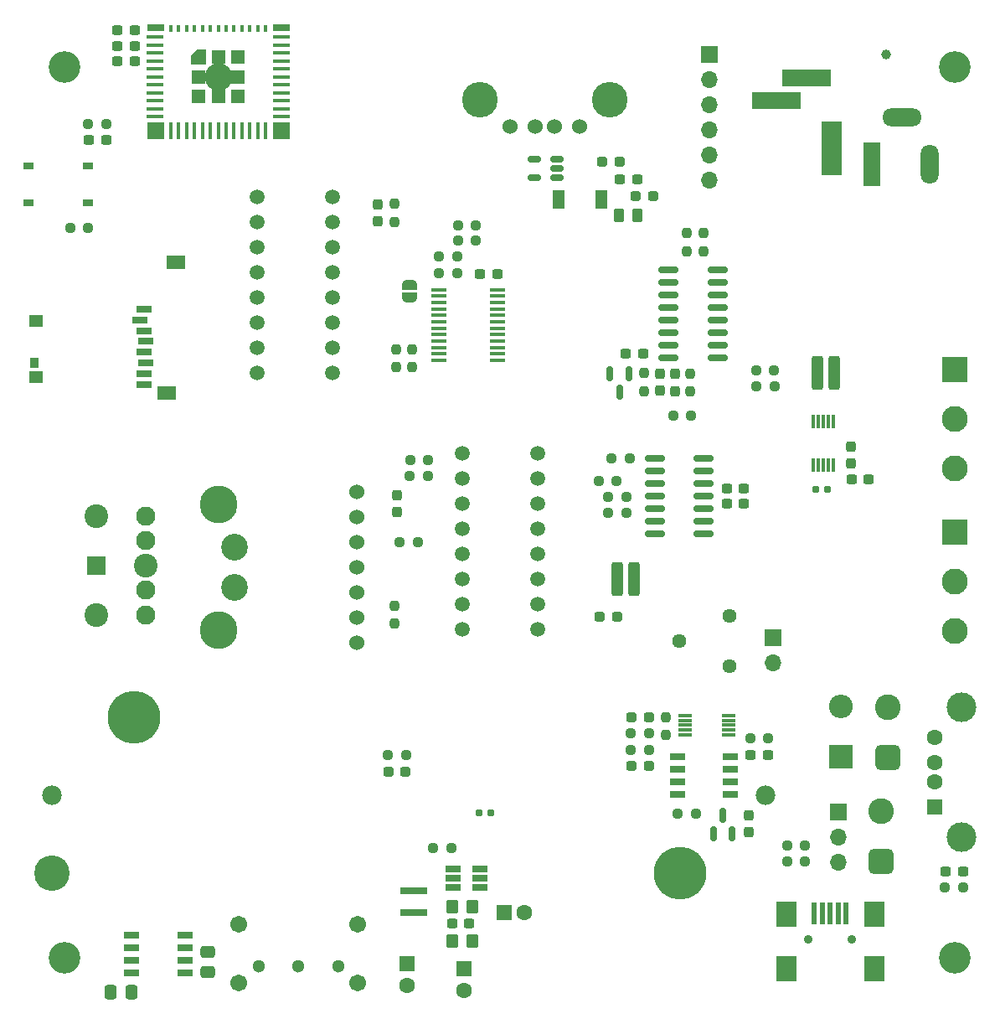
<source format=gbr>
%TF.GenerationSoftware,KiCad,Pcbnew,(6.0.4)*%
%TF.CreationDate,2022-06-30T01:03:10+03:00*%
%TF.ProjectId,test_project_01,74657374-5f70-4726-9f6a-6563745f3031,rev?*%
%TF.SameCoordinates,Original*%
%TF.FileFunction,Soldermask,Top*%
%TF.FilePolarity,Negative*%
%FSLAX46Y46*%
G04 Gerber Fmt 4.6, Leading zero omitted, Abs format (unit mm)*
G04 Created by KiCad (PCBNEW (6.0.4)) date 2022-06-30 01:03:10*
%MOMM*%
%LPD*%
G01*
G04 APERTURE LIST*
G04 Aperture macros list*
%AMRoundRect*
0 Rectangle with rounded corners*
0 $1 Rounding radius*
0 $2 $3 $4 $5 $6 $7 $8 $9 X,Y pos of 4 corners*
0 Add a 4 corners polygon primitive as box body*
4,1,4,$2,$3,$4,$5,$6,$7,$8,$9,$2,$3,0*
0 Add four circle primitives for the rounded corners*
1,1,$1+$1,$2,$3*
1,1,$1+$1,$4,$5*
1,1,$1+$1,$6,$7*
1,1,$1+$1,$8,$9*
0 Add four rect primitives between the rounded corners*
20,1,$1+$1,$2,$3,$4,$5,0*
20,1,$1+$1,$4,$5,$6,$7,0*
20,1,$1+$1,$6,$7,$8,$9,0*
20,1,$1+$1,$8,$9,$2,$3,0*%
%AMFreePoly0*
4,1,22,0.500000,-0.750000,0.000000,-0.750000,0.000000,-0.745033,-0.079941,-0.743568,-0.215256,-0.701293,-0.333266,-0.622738,-0.424486,-0.514219,-0.481581,-0.384460,-0.499164,-0.250000,-0.500000,-0.250000,-0.500000,0.250000,-0.499164,0.250000,-0.499963,0.256109,-0.478152,0.396186,-0.417904,0.524511,-0.324060,0.630769,-0.204165,0.706417,-0.067858,0.745374,0.000000,0.744959,0.000000,0.750000,
0.500000,0.750000,0.500000,-0.750000,0.500000,-0.750000,$1*%
%AMFreePoly1*
4,1,20,0.000000,0.744959,0.073905,0.744508,0.209726,0.703889,0.328688,0.626782,0.421226,0.519385,0.479903,0.390333,0.500000,0.250000,0.500000,-0.250000,0.499851,-0.262216,0.476331,-0.402017,0.414519,-0.529596,0.319384,-0.634700,0.198574,-0.708877,0.061801,-0.746166,0.000000,-0.745033,0.000000,-0.750000,-0.500000,-0.750000,-0.500000,0.750000,0.000000,0.750000,0.000000,0.744959,
0.000000,0.744959,$1*%
%AMFreePoly2*
4,1,6,0.725000,-0.725000,-0.725000,-0.725000,-0.725000,0.125000,-0.125000,0.725000,0.725000,0.725000,0.725000,-0.725000,0.725000,-0.725000,$1*%
G04 Aperture macros list end*
%ADD10R,0.300000X1.400000*%
%ADD11C,1.000000*%
%ADD12RoundRect,0.250000X-0.350000X-0.450000X0.350000X-0.450000X0.350000X0.450000X-0.350000X0.450000X0*%
%ADD13RoundRect,0.250000X0.350000X0.450000X-0.350000X0.450000X-0.350000X-0.450000X0.350000X-0.450000X0*%
%ADD14O,1.700000X1.700000*%
%ADD15R,1.700000X1.700000*%
%ADD16RoundRect,0.237500X-0.300000X-0.237500X0.300000X-0.237500X0.300000X0.237500X-0.300000X0.237500X0*%
%ADD17RoundRect,0.237500X-0.237500X0.250000X-0.237500X-0.250000X0.237500X-0.250000X0.237500X0.250000X0*%
%ADD18RoundRect,0.237500X-0.250000X-0.237500X0.250000X-0.237500X0.250000X0.237500X-0.250000X0.237500X0*%
%ADD19RoundRect,0.250000X0.262500X0.450000X-0.262500X0.450000X-0.262500X-0.450000X0.262500X-0.450000X0*%
%ADD20RoundRect,0.237500X0.237500X-0.287500X0.237500X0.287500X-0.237500X0.287500X-0.237500X-0.287500X0*%
%ADD21RoundRect,0.237500X0.287500X0.237500X-0.287500X0.237500X-0.287500X-0.237500X0.287500X-0.237500X0*%
%ADD22RoundRect,0.237500X-0.287500X-0.237500X0.287500X-0.237500X0.287500X0.237500X-0.287500X0.237500X0*%
%ADD23RoundRect,0.237500X-0.237500X0.300000X-0.237500X-0.300000X0.237500X-0.300000X0.237500X0.300000X0*%
%ADD24R,2.000000X5.500000*%
%ADD25R,5.000000X1.800000*%
%ADD26RoundRect,0.150000X0.150000X-0.587500X0.150000X0.587500X-0.150000X0.587500X-0.150000X-0.587500X0*%
%ADD27R,2.700000X0.800000*%
%ADD28RoundRect,0.237500X0.300000X0.237500X-0.300000X0.237500X-0.300000X-0.237500X0.300000X-0.237500X0*%
%ADD29RoundRect,0.237500X0.237500X-0.300000X0.237500X0.300000X-0.237500X0.300000X-0.237500X-0.300000X0*%
%ADD30R,1.600000X1.600000*%
%ADD31C,1.600000*%
%ADD32C,1.440000*%
%ADD33RoundRect,0.237500X0.250000X0.237500X-0.250000X0.237500X-0.250000X-0.237500X0.250000X-0.237500X0*%
%ADD34RoundRect,0.250000X0.475000X-0.337500X0.475000X0.337500X-0.475000X0.337500X-0.475000X-0.337500X0*%
%ADD35RoundRect,0.150000X0.825000X0.150000X-0.825000X0.150000X-0.825000X-0.150000X0.825000X-0.150000X0*%
%ADD36RoundRect,0.160000X-0.197500X-0.160000X0.197500X-0.160000X0.197500X0.160000X-0.197500X0.160000X0*%
%ADD37C,1.300000*%
%ADD38C,1.710000*%
%ADD39RoundRect,0.237500X0.237500X-0.250000X0.237500X0.250000X-0.237500X0.250000X-0.237500X-0.250000X0*%
%ADD40C,3.810000*%
%ADD41C,2.700000*%
%ADD42C,1.524000*%
%ADD43RoundRect,0.160000X0.197500X0.160000X-0.197500X0.160000X-0.197500X-0.160000X0.197500X-0.160000X0*%
%ADD44R,1.000000X0.700000*%
%ADD45R,1.500000X1.600000*%
%ADD46C,3.000000*%
%ADD47RoundRect,0.650000X0.650000X-0.650000X0.650000X0.650000X-0.650000X0.650000X-0.650000X-0.650000X0*%
%ADD48C,2.600000*%
%ADD49R,1.400000X0.300000*%
%ADD50RoundRect,0.101600X-1.206500X1.206500X-1.206500X-1.206500X1.206500X-1.206500X1.206500X1.206500X0*%
%ADD51C,2.616200*%
%ADD52FreePoly0,90.000000*%
%ADD53FreePoly1,90.000000*%
%ADD54RoundRect,0.250000X-0.337500X-1.450000X0.337500X-1.450000X0.337500X1.450000X-0.337500X1.450000X0*%
%ADD55C,3.200000*%
%ADD56R,1.800000X0.400000*%
%ADD57R,0.400000X1.800000*%
%ADD58R,1.450000X1.450000*%
%ADD59R,0.400000X0.800000*%
%ADD60R,1.700000X0.700000*%
%ADD61C,2.800000*%
%ADD62FreePoly2,0.000000*%
%ADD63R,1.560000X0.650000*%
%ADD64RoundRect,0.250000X0.337500X0.475000X-0.337500X0.475000X-0.337500X-0.475000X0.337500X-0.475000X0*%
%ADD65R,1.500000X0.650000*%
%ADD66C,1.500000*%
%ADD67R,1.800000X4.400000*%
%ADD68O,1.800000X4.000000*%
%ADD69O,4.000000X1.800000*%
%ADD70R,2.400000X2.400000*%
%ADD71O,2.400000X2.400000*%
%ADD72R,1.200000X1.850000*%
%ADD73R,1.500000X0.450000*%
%ADD74RoundRect,0.250000X0.337500X1.450000X-0.337500X1.450000X-0.337500X-1.450000X0.337500X-1.450000X0*%
%ADD75C,0.900000*%
%ADD76R,0.500000X2.250000*%
%ADD77R,2.000000X2.500000*%
%ADD78C,1.530000*%
%ADD79C,3.600000*%
%ADD80R,1.400000X1.300000*%
%ADD81R,0.950000X1.000000*%
%ADD82R,1.900000X1.400000*%
%ADD83R,1.500000X0.800000*%
%ADD84RoundRect,0.150000X0.512500X0.150000X-0.512500X0.150000X-0.512500X-0.150000X0.512500X-0.150000X0*%
%ADD85RoundRect,0.150000X-0.150000X0.587500X-0.150000X-0.587500X0.150000X-0.587500X0.150000X0.587500X0*%
%ADD86R,1.950000X1.950000*%
%ADD87C,1.950000*%
%ADD88C,2.400000*%
%ADD89C,5.325000*%
%ADD90C,3.585000*%
%ADD91C,1.980000*%
G04 APERTURE END LIST*
D10*
%TO.C,IC2*%
X132698300Y-90763300D03*
X132198300Y-90763300D03*
X131698300Y-90763300D03*
X131198300Y-90763300D03*
X130698300Y-90763300D03*
X130698300Y-95163300D03*
X131198300Y-95163300D03*
X131698300Y-95163300D03*
X132198300Y-95163300D03*
X132698300Y-95163300D03*
%TD*%
D11*
%TO.C,FID1*%
X137998200Y-53670200D03*
%TD*%
D12*
%TO.C,RR2*%
X96199200Y-139776200D03*
X94199200Y-139776200D03*
%TD*%
D13*
%TO.C,RR1*%
X96199200Y-143281400D03*
X94199200Y-143281400D03*
%TD*%
D14*
%TO.C,J8*%
X120167400Y-66421000D03*
X120167400Y-63881000D03*
X120167400Y-61341000D03*
X120167400Y-58801000D03*
X120167400Y-56261000D03*
D15*
X120167400Y-53721000D03*
%TD*%
D16*
%TO.C,C23*%
X96978300Y-75844400D03*
X98703300Y-75844400D03*
%TD*%
D17*
%TO.C,R45*%
X88290400Y-68794600D03*
X88290400Y-70619600D03*
%TD*%
D18*
%TO.C,R44*%
X87671000Y-124434600D03*
X89496000Y-124434600D03*
%TD*%
D19*
%TO.C,R20*%
X112875700Y-69926200D03*
X111050700Y-69926200D03*
%TD*%
D20*
%TO.C,D6*%
X86639400Y-70558600D03*
X86639400Y-68808600D03*
%TD*%
D21*
%TO.C,D5*%
X89456200Y-126161800D03*
X87706200Y-126161800D03*
%TD*%
D22*
%TO.C,D1*%
X114463800Y-68021200D03*
X112713800Y-68021200D03*
%TD*%
D21*
%TO.C,F2*%
X109056200Y-110540800D03*
X110806200Y-110540800D03*
%TD*%
D23*
%TO.C,C16*%
X124180600Y-130531700D03*
X124180600Y-132256700D03*
%TD*%
D24*
%TO.C,J4*%
X132549800Y-63195200D03*
D25*
X126961800Y-58369200D03*
X130009800Y-56083200D03*
%TD*%
D26*
%TO.C,U8*%
X120563600Y-132407900D03*
X122463600Y-132407900D03*
X121513600Y-130532900D03*
%TD*%
D16*
%TO.C,C11*%
X121922200Y-97561400D03*
X123647200Y-97561400D03*
%TD*%
D27*
%TO.C,L1*%
X90297000Y-138153000D03*
X90297000Y-140353000D03*
%TD*%
D28*
%TO.C,C5*%
X62050000Y-52806600D03*
X60325000Y-52806600D03*
%TD*%
D18*
%TO.C,R27*%
X110290600Y-94538800D03*
X112115600Y-94538800D03*
%TD*%
D29*
%TO.C,C7*%
X115138200Y-87679700D03*
X115138200Y-85954700D03*
%TD*%
D18*
%TO.C,R34*%
X128017900Y-133604000D03*
X129842900Y-133604000D03*
%TD*%
D30*
%TO.C,C22*%
X95351600Y-146024600D03*
D31*
X95351600Y-148250000D03*
%TD*%
D18*
%TO.C,R29*%
X124893700Y-85623400D03*
X126718700Y-85623400D03*
%TD*%
D22*
%TO.C,D3*%
X112307400Y-125552200D03*
X114057400Y-125552200D03*
%TD*%
D32*
%TO.C,RV1*%
X122162000Y-110439200D03*
X117082000Y-112979200D03*
X122162000Y-115519200D03*
%TD*%
D33*
%TO.C,R12*%
X96545400Y-72491600D03*
X94720400Y-72491600D03*
%TD*%
D23*
%TO.C,C6*%
X116662200Y-85980100D03*
X116662200Y-87705100D03*
%TD*%
D33*
%TO.C,R25*%
X111758100Y-99974400D03*
X109933100Y-99974400D03*
%TD*%
D15*
%TO.C,JP2*%
X133197600Y-130240800D03*
D14*
X133197600Y-132780800D03*
X133197600Y-135320800D03*
%TD*%
D34*
%TO.C,C18*%
X69469000Y-146427100D03*
X69469000Y-144352100D03*
%TD*%
D35*
%TO.C,U3*%
X120991400Y-84302600D03*
X120991400Y-83032600D03*
X120991400Y-81762600D03*
X120991400Y-80492600D03*
X120991400Y-79222600D03*
X120991400Y-77952600D03*
X120991400Y-76682600D03*
X120991400Y-75412600D03*
X116041400Y-75412600D03*
X116041400Y-76682600D03*
X116041400Y-77952600D03*
X116041400Y-79222600D03*
X116041400Y-80492600D03*
X116041400Y-81762600D03*
X116041400Y-83032600D03*
X116041400Y-84302600D03*
%TD*%
D23*
%TO.C,C8*%
X88544400Y-98222900D03*
X88544400Y-99947900D03*
%TD*%
D36*
%TO.C,FB2*%
X96862300Y-130327400D03*
X98057300Y-130327400D03*
%TD*%
D31*
%TO.C,C21*%
X89636600Y-147750000D03*
D30*
X89636600Y-145542000D03*
%TD*%
D28*
%TO.C,C3*%
X59180900Y-62306200D03*
X57455900Y-62306200D03*
%TD*%
D17*
%TO.C,R9*%
X88341200Y-109374300D03*
X88341200Y-111199300D03*
%TD*%
D37*
%TO.C,S3*%
X82613000Y-145790500D03*
X78613000Y-145790500D03*
X74613000Y-145790500D03*
D38*
X84613000Y-141540500D03*
X84613000Y-147540500D03*
X72613000Y-147540500D03*
X72613000Y-141540500D03*
%TD*%
D39*
%TO.C,R42*%
X118186200Y-87755100D03*
X118186200Y-85930100D03*
%TD*%
D40*
%TO.C,U4*%
X70510400Y-99161600D03*
X70510400Y-111861600D03*
D41*
X72161400Y-107543600D03*
X72161400Y-103479600D03*
D42*
X84480400Y-97891600D03*
X84480400Y-100431600D03*
X84480400Y-113131600D03*
X84480400Y-110591600D03*
X84480400Y-108051600D03*
X84480400Y-105511600D03*
X84480400Y-102971600D03*
%TD*%
D18*
%TO.C,R36*%
X112221000Y-122275600D03*
X114046000Y-122275600D03*
%TD*%
D43*
%TO.C,R35*%
X132067900Y-97637600D03*
X130872900Y-97637600D03*
%TD*%
D44*
%TO.C,SW1*%
X51356000Y-64952000D03*
X57356000Y-64952000D03*
X51356000Y-68652000D03*
X57356000Y-68652000D03*
%TD*%
D39*
%TO.C,R40*%
X115773200Y-122451500D03*
X115773200Y-120626500D03*
%TD*%
D18*
%TO.C,R8*%
X88853000Y-102971600D03*
X90678000Y-102971600D03*
%TD*%
D28*
%TO.C,C1*%
X62048900Y-54330600D03*
X60323900Y-54330600D03*
%TD*%
D39*
%TO.C,R18*%
X90121600Y-85312400D03*
X90121600Y-83487400D03*
%TD*%
D33*
%TO.C,R26*%
X111758100Y-98399600D03*
X109933100Y-98399600D03*
%TD*%
D45*
%TO.C,J9*%
X142925200Y-129712600D03*
D31*
X142925200Y-127212600D03*
X142925200Y-125212600D03*
X142925200Y-122712600D03*
D46*
X145635200Y-132782600D03*
X145635200Y-119642600D03*
%TD*%
D47*
%TO.C,J11*%
X137490200Y-135229600D03*
D48*
X137490200Y-130149600D03*
%TD*%
D18*
%TO.C,R43*%
X116511700Y-90170000D03*
X118336700Y-90170000D03*
%TD*%
D35*
%TO.C,U6*%
X119569000Y-102108000D03*
X119569000Y-100838000D03*
X119569000Y-99568000D03*
X119569000Y-98298000D03*
X119569000Y-97028000D03*
X119569000Y-95758000D03*
X119569000Y-94488000D03*
X114619000Y-94488000D03*
X114619000Y-95758000D03*
X114619000Y-97028000D03*
X114619000Y-98298000D03*
X114619000Y-99568000D03*
X114619000Y-100838000D03*
X114619000Y-102108000D03*
%TD*%
D47*
%TO.C,J12*%
X138176000Y-124764800D03*
D48*
X138176000Y-119684800D03*
%TD*%
D49*
%TO.C,IC3*%
X117713400Y-120462800D03*
X117713400Y-120962800D03*
X117713400Y-121462800D03*
X117713400Y-121962800D03*
X117713400Y-122462800D03*
X122113400Y-122462800D03*
X122113400Y-121962800D03*
X122113400Y-121462800D03*
X122113400Y-120962800D03*
X122113400Y-120462800D03*
%TD*%
D50*
%TO.C,J7*%
X144940020Y-101959410D03*
D51*
X144940020Y-106958130D03*
X144940020Y-111959390D03*
%TD*%
D16*
%TO.C,C15*%
X124334100Y-124460000D03*
X126059100Y-124460000D03*
%TD*%
D17*
%TO.C,R23*%
X117881400Y-71731500D03*
X117881400Y-73556500D03*
%TD*%
D28*
%TO.C,C12*%
X123646100Y-99085400D03*
X121921100Y-99085400D03*
%TD*%
D52*
%TO.C,JP1*%
X89890600Y-78282800D03*
D53*
X89890600Y-76982800D03*
%TD*%
D16*
%TO.C,C9*%
X111126100Y-66319400D03*
X112851100Y-66319400D03*
%TD*%
D18*
%TO.C,R39*%
X116968900Y-130378200D03*
X118793900Y-130378200D03*
%TD*%
D16*
%TO.C,C4*%
X111710300Y-83896200D03*
X113435300Y-83896200D03*
%TD*%
D54*
%TO.C,R31*%
X131090100Y-85877400D03*
X132765100Y-85877400D03*
%TD*%
D28*
%TO.C,C10*%
X145791100Y-136220200D03*
X144066100Y-136220200D03*
%TD*%
D33*
%TO.C,R13*%
X96547300Y-70967600D03*
X94722300Y-70967600D03*
%TD*%
D55*
%TO.C,H4*%
X55000000Y-145000000D03*
%TD*%
D22*
%TO.C,D2*%
X112307400Y-120675400D03*
X114057400Y-120675400D03*
%TD*%
D56*
%TO.C,U1*%
X64112600Y-51956200D03*
X64112600Y-52756200D03*
X64112600Y-53556200D03*
X64112600Y-54356200D03*
X64112600Y-55156200D03*
X64112600Y-55956200D03*
X64112600Y-56756200D03*
X64112600Y-57556200D03*
X64112600Y-58356200D03*
X64112600Y-59156200D03*
X64112600Y-59956200D03*
D57*
X65712600Y-61356200D03*
X66512600Y-61356200D03*
X67312600Y-61356200D03*
X68112600Y-61356200D03*
X68912600Y-61356200D03*
X69712600Y-61356200D03*
X70512600Y-61356200D03*
X71312600Y-61356200D03*
X72112600Y-61356200D03*
X72912600Y-61356200D03*
X73712600Y-61356200D03*
X74512600Y-61356200D03*
X75312600Y-61356200D03*
D56*
X76912600Y-59956200D03*
X76912600Y-59156200D03*
X76912600Y-58356200D03*
X76912600Y-57556200D03*
X76912600Y-56756200D03*
X76912600Y-55956200D03*
X76912600Y-55156200D03*
X76912600Y-54356200D03*
X76912600Y-53556200D03*
X76912600Y-52756200D03*
X76912600Y-51956200D03*
D58*
X70512600Y-53981200D03*
D59*
X65712600Y-51056200D03*
X72912600Y-51056200D03*
X66512600Y-51056200D03*
X70512600Y-51056200D03*
X72112600Y-51056200D03*
D58*
X72487600Y-53981200D03*
D59*
X69712600Y-51056200D03*
X68912600Y-51056200D03*
D58*
X70512600Y-57931200D03*
X68537600Y-57931200D03*
D60*
X76862600Y-51006200D03*
D61*
X70512600Y-55956200D03*
D59*
X74512600Y-51056200D03*
X67312600Y-51056200D03*
D58*
X72487600Y-57931200D03*
X72487600Y-55956200D03*
D62*
X68537600Y-53981200D03*
D60*
X64162600Y-51006200D03*
D58*
X68537600Y-55956200D03*
D59*
X75312600Y-51056200D03*
X71312600Y-51056200D03*
X68112600Y-51056200D03*
D15*
X76862600Y-61356200D03*
D59*
X73712600Y-51056200D03*
D15*
X64162600Y-61356200D03*
%TD*%
D63*
%TO.C,U10*%
X94281000Y-135956000D03*
X94281000Y-136906000D03*
X94281000Y-137856000D03*
X96981000Y-137856000D03*
X96981000Y-136906000D03*
X96981000Y-135956000D03*
%TD*%
D17*
%TO.C,R19*%
X88468200Y-83468200D03*
X88468200Y-85293200D03*
%TD*%
D33*
%TO.C,R3*%
X94077800Y-133908800D03*
X92252800Y-133908800D03*
%TD*%
D55*
%TO.C,H3*%
X145000000Y-145000000D03*
%TD*%
D18*
%TO.C,R2*%
X57380500Y-60731400D03*
X59205500Y-60731400D03*
%TD*%
D39*
%TO.C,R1*%
X113588800Y-87729700D03*
X113588800Y-85904700D03*
%TD*%
D22*
%TO.C,F1*%
X109361000Y-64566800D03*
X111111000Y-64566800D03*
%TD*%
D18*
%TO.C,R32*%
X143992600Y-137820400D03*
X145817600Y-137820400D03*
%TD*%
D33*
%TO.C,R6*%
X91741000Y-94691200D03*
X89916000Y-94691200D03*
%TD*%
D64*
%TO.C,C17*%
X61718100Y-148463000D03*
X59643100Y-148463000D03*
%TD*%
D65*
%TO.C,IC4*%
X67165200Y-146507200D03*
X67165200Y-145237200D03*
X67165200Y-143967200D03*
X67165200Y-142697200D03*
X61765200Y-142697200D03*
X61765200Y-143967200D03*
X61765200Y-145237200D03*
X61765200Y-146507200D03*
%TD*%
D50*
%TO.C,J6*%
X145008600Y-85496400D03*
D51*
X145008600Y-90495120D03*
X145008600Y-95496380D03*
%TD*%
D66*
%TO.C,S2*%
X95148400Y-93980000D03*
X102768400Y-93980000D03*
X95148400Y-96520000D03*
X102768400Y-96520000D03*
X95148400Y-99060000D03*
X102768400Y-99060000D03*
X95148400Y-101600000D03*
X102768400Y-101600000D03*
X95148400Y-104140000D03*
X102768400Y-104140000D03*
X95148400Y-106680000D03*
X102768400Y-106680000D03*
X95148400Y-109220000D03*
X102768400Y-109220000D03*
X95148400Y-111760000D03*
X102768400Y-111760000D03*
%TD*%
D67*
%TO.C,J5*%
X136626600Y-64811200D03*
D68*
X142426600Y-64811200D03*
D69*
X139626600Y-60011200D03*
%TD*%
D33*
%TO.C,R28*%
X126769500Y-87223600D03*
X124944500Y-87223600D03*
%TD*%
D28*
%TO.C,C20*%
X95858500Y-141528800D03*
X94133500Y-141528800D03*
%TD*%
D18*
%TO.C,R16*%
X92838900Y-74066400D03*
X94663900Y-74066400D03*
%TD*%
%TO.C,R24*%
X108966000Y-96824800D03*
X110791000Y-96824800D03*
%TD*%
D33*
%TO.C,R38*%
X126109100Y-122809000D03*
X124284100Y-122809000D03*
%TD*%
D18*
%TO.C,R37*%
X112224900Y-123926600D03*
X114049900Y-123926600D03*
%TD*%
D70*
%TO.C,D4*%
X133451600Y-124617200D03*
D71*
X133451600Y-119537200D03*
%TD*%
D55*
%TO.C,H2*%
X145000000Y-55000000D03*
%TD*%
D16*
%TO.C,C14*%
X134518800Y-96646300D03*
X136243800Y-96646300D03*
%TD*%
D28*
%TO.C,C2*%
X62051100Y-51257200D03*
X60326100Y-51257200D03*
%TD*%
D72*
%TO.C,FB1*%
X104961800Y-68376800D03*
X109261800Y-68376800D03*
%TD*%
D73*
%TO.C,IC1*%
X92808000Y-77451000D03*
X92808000Y-78101000D03*
X92808000Y-78751000D03*
X92808000Y-79401000D03*
X92808000Y-80051000D03*
X92808000Y-80701000D03*
X92808000Y-81351000D03*
X92808000Y-82001000D03*
X92808000Y-82651000D03*
X92808000Y-83301000D03*
X92808000Y-83951000D03*
X92808000Y-84601000D03*
X98708000Y-84601000D03*
X98708000Y-83951000D03*
X98708000Y-83301000D03*
X98708000Y-82651000D03*
X98708000Y-82001000D03*
X98708000Y-81351000D03*
X98708000Y-80701000D03*
X98708000Y-80051000D03*
X98708000Y-79401000D03*
X98708000Y-78751000D03*
X98708000Y-78101000D03*
X98708000Y-77451000D03*
%TD*%
D33*
%TO.C,R4*%
X91692100Y-96316800D03*
X89867100Y-96316800D03*
%TD*%
D74*
%TO.C,R41*%
X112520600Y-106730800D03*
X110845600Y-106730800D03*
%TD*%
D75*
%TO.C,J10*%
X134584800Y-143123600D03*
X130184800Y-143123600D03*
D76*
X130784800Y-140448600D03*
X131584800Y-140448600D03*
X132384800Y-140448600D03*
X133184800Y-140448600D03*
X133984800Y-140448600D03*
D77*
X127934800Y-140573600D03*
X136834800Y-140573600D03*
X127934800Y-146023600D03*
X136834800Y-146023600D03*
%TD*%
D15*
%TO.C,J13*%
X126568200Y-112644000D03*
D14*
X126568200Y-115184000D03*
%TD*%
D55*
%TO.C,H1*%
X55000000Y-55000000D03*
%TD*%
D18*
%TO.C,R17*%
X92813500Y-75768200D03*
X94638500Y-75768200D03*
%TD*%
D30*
%TO.C,C19*%
X99415600Y-140385800D03*
D31*
X101415600Y-140385800D03*
%TD*%
D39*
%TO.C,R22*%
X119553200Y-73565900D03*
X119553200Y-71740900D03*
%TD*%
D78*
%TO.C,J2*%
X107010200Y-60934600D03*
X104510200Y-60934600D03*
X102510200Y-60934600D03*
X100010200Y-60934600D03*
D79*
X110080200Y-58224600D03*
X96940200Y-58224600D03*
%TD*%
D80*
%TO.C,J3*%
X52110000Y-86280400D03*
D81*
X51884000Y-84890400D03*
D80*
X52110000Y-80580400D03*
D82*
X65259000Y-87880400D03*
X66259000Y-74730400D03*
D83*
X62970000Y-79390400D03*
X62570000Y-80490400D03*
X62970000Y-81590400D03*
X63170000Y-82690400D03*
X62970000Y-83790400D03*
X63170000Y-84890400D03*
X62970000Y-85990400D03*
X62970000Y-87090400D03*
%TD*%
D84*
%TO.C,U5*%
X104769500Y-66177200D03*
X104769500Y-65227200D03*
X104769500Y-64277200D03*
X102494500Y-64277200D03*
X102494500Y-66177200D03*
%TD*%
D33*
%TO.C,R33*%
X129819400Y-135204200D03*
X127994400Y-135204200D03*
%TD*%
D85*
%TO.C,U2*%
X112024200Y-85955900D03*
X110124200Y-85955900D03*
X111074200Y-87830900D03*
%TD*%
D65*
%TO.C,Q1*%
X122308600Y-128447800D03*
X122308600Y-127177800D03*
X122308600Y-125907800D03*
X122308600Y-124637800D03*
X116908600Y-124637800D03*
X116908600Y-125907800D03*
X116908600Y-127177800D03*
X116908600Y-128447800D03*
%TD*%
D29*
%TO.C,C13*%
X134492300Y-95045000D03*
X134492300Y-93320000D03*
%TD*%
D66*
%TO.C,S1*%
X74422000Y-68072000D03*
X82042000Y-68072000D03*
X74422000Y-70612000D03*
X82042000Y-70612000D03*
X74422000Y-73152000D03*
X82042000Y-73152000D03*
X74422000Y-75692000D03*
X82042000Y-75692000D03*
X74422000Y-78232000D03*
X82042000Y-78232000D03*
X74422000Y-80772000D03*
X82042000Y-80772000D03*
X74422000Y-83312000D03*
X82042000Y-83312000D03*
X74422000Y-85852000D03*
X82042000Y-85852000D03*
%TD*%
D86*
%TO.C,J1*%
X58200200Y-105308400D03*
D87*
X63200200Y-100308400D03*
X63200200Y-102808400D03*
X63200200Y-107808400D03*
X63200200Y-110308400D03*
D88*
X58200200Y-100308400D03*
X58200200Y-110308400D03*
X63200200Y-105308400D03*
%TD*%
D33*
%TO.C,R21*%
X57376700Y-71221600D03*
X55551700Y-71221600D03*
%TD*%
D89*
%TO.C,U7*%
X62017000Y-120704800D03*
D90*
X53657000Y-136444800D03*
D89*
X117217000Y-136444800D03*
D91*
X53657000Y-128574800D03*
X125857000Y-128574800D03*
%TD*%
M02*

</source>
